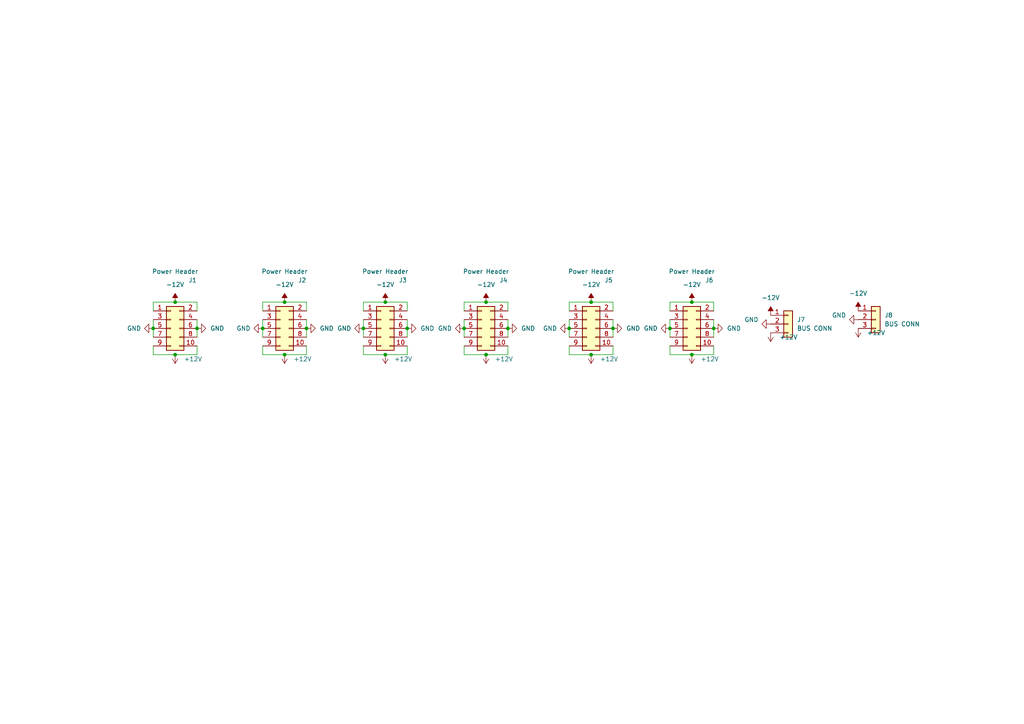
<source format=kicad_sch>
(kicad_sch (version 20211123) (generator eeschema)
  (paper "A4")
  (lib_symbols
    (symbol "Connector_Generic:Conn_01x03" (pin_names (offset 1.016) hide)
      (property "Reference" "J" (at 0 5.08 0))
      (property "Value" "Conn_01x03" (at 0 -5.08 0))
      (symbol "Conn_01x03_1_1"
        (rectangle (start -1.27 -2.413) (end 0 -2.667) (stroke (width 0.1524)))
        (rectangle (start -1.27 0.127) (end 0 -0.127) (stroke (width 0.1524)))
        (rectangle (start -1.27 2.667) (end 0 2.413) (stroke (width 0.1524)))
        (rectangle (start -1.27 3.81) (end 1.27 -3.81) (stroke (width 0.254)) (fill (type background)))
        (pin passive line (at -5.08 2.54 0) (length 3.81) (name "Pin_1") (number "1"))
        (pin passive line (at -5.08 0 0) (length 3.81) (name "Pin_2") (number "2"))
        (pin passive line (at -5.08 -2.54 0) (length 3.81) (name "Pin_3") (number "3"))
      )
    )
    (symbol "Connector_Generic:Conn_02x05_Odd_Even" (pin_names (offset 1.016) hide)
      (property "Reference" "J" (at 1.27 7.62 0))
      (property "Value" "Conn_02x05_Odd_Even" (at 1.27 -7.62 0))
      (symbol "Conn_02x05_Odd_Even_1_1"
        (rectangle (start -1.27 -4.953) (end 0 -5.207) (stroke (width 0.1524)))
        (rectangle (start -1.27 -2.413) (end 0 -2.667) (stroke (width 0.1524)))
        (rectangle (start -1.27 0.127) (end 0 -0.127) (stroke (width 0.1524)))
        (rectangle (start -1.27 2.667) (end 0 2.413) (stroke (width 0.1524)))
        (rectangle (start -1.27 5.207) (end 0 4.953) (stroke (width 0.1524)))
        (rectangle (start -1.27 6.35) (end 3.81 -6.35) (stroke (width 0.254)) (fill (type background)))
        (rectangle (start 3.81 -4.953) (end 2.54 -5.207) (stroke (width 0.1524)))
        (rectangle (start 3.81 -2.413) (end 2.54 -2.667) (stroke (width 0.1524)))
        (rectangle (start 3.81 0.127) (end 2.54 -0.127) (stroke (width 0.1524)))
        (rectangle (start 3.81 2.667) (end 2.54 2.413) (stroke (width 0.1524)))
        (rectangle (start 3.81 5.207) (end 2.54 4.953) (stroke (width 0.1524)))
        (pin passive line (at -5.08 5.08 0) (length 3.81) (name "Pin_1") (number "1"))
        (pin passive line (at 7.62 -5.08 180) (length 3.81) (name "Pin_10") (number "10"))
        (pin passive line (at 7.62 5.08 180) (length 3.81) (name "Pin_2") (number "2"))
        (pin passive line (at -5.08 2.54 0) (length 3.81) (name "Pin_3") (number "3"))
        (pin passive line (at 7.62 2.54 180) (length 3.81) (name "Pin_4") (number "4"))
        (pin passive line (at -5.08 0 0) (length 3.81) (name "Pin_5") (number "5"))
        (pin passive line (at 7.62 0 180) (length 3.81) (name "Pin_6") (number "6"))
        (pin passive line (at -5.08 -2.54 0) (length 3.81) (name "Pin_7") (number "7"))
        (pin passive line (at 7.62 -2.54 180) (length 3.81) (name "Pin_8") (number "8"))
        (pin passive line (at -5.08 -5.08 0) (length 3.81) (name "Pin_9") (number "9"))
      )
    )
    (symbol "power:+12V" (power) (pin_names (offset 0))
      (property "Value" "+12V" (at 0 3.556 0))
      (symbol "+12V_0_1"
        (polyline (pts (xy -0.762 1.27) (xy 0 2.54)))
        (polyline (pts (xy 0 0) (xy 0 2.54)))
        (polyline (pts (xy 0 2.54) (xy 0.762 1.27)))
      )
      (symbol "+12V_1_1"
        (pin power_in line (at 0 0 90) (length 0) hide (name "+12V") (number "1"))
      )
    )
    (symbol "power:-12V" (power) (pin_names (offset 0))
      (property "Value" "-12V" (at 0 3.81 0))
      (symbol "-12V_0_0"
        (pin power_in line (at 0 0 90) (length 0) hide (name "-12V") (number "1"))
      )
      (symbol "-12V_0_1"
        (polyline (pts (xy 0 0) (xy 0 1.27) (xy 0.762 1.27) (xy 0 2.54) (xy -0.762 1.27) (xy 0 1.27)) (fill (type outline)))
      )
    )
    (symbol "power:GND" (power) (pin_names (offset 0))
      (property "Value" "GND" (at 0 -3.81 0))
      (symbol "GND_0_1"
        (polyline (pts (xy 0 0) (xy 0 -1.27) (xy 1.27 -1.27) (xy 0 -2.54) (xy -1.27 -1.27) (xy 0 -1.27)))
      )
      (symbol "GND_1_1"
        (pin power_in line (at 0 0 270) (length 0) hide (name "GND") (number "1"))
      )
    )
  )
  (junction (at 111.76 87.63))
  (junction (at 171.45 87.63))
  (junction (at 88.9 95.25))
  (junction (at 44.45 95.25))
  (junction (at 200.66 102.87))
  (junction (at 50.8 102.87))
  (junction (at 194.31 95.25))
  (junction (at 111.76 102.87))
  (junction (at 147.32 95.25))
  (junction (at 140.97 87.63))
  (junction (at 76.2 95.25))
  (junction (at 105.41 95.25))
  (junction (at 200.66 87.63))
  (junction (at 140.97 102.87))
  (junction (at 171.45 102.87))
  (junction (at 82.55 87.63))
  (junction (at 134.62 95.25))
  (junction (at 165.1 95.25))
  (junction (at 177.8 95.25))
  (junction (at 57.15 95.25))
  (junction (at 118.11 95.25))
  (junction (at 50.8 87.63))
  (junction (at 207.01 95.25))
  (junction (at 82.55 102.87))
  (wire (pts (xy 134.62 102.87) (xy 134.62 100.33)))
  (wire (pts (xy 177.8 87.63) (xy 177.8 90.17)))
  (wire (pts (xy 177.8 95.25) (xy 177.8 97.79)))
  (wire (pts (xy 44.45 87.63) (xy 50.8 87.63)))
  (wire (pts (xy 105.41 95.25) (xy 105.41 97.79)))
  (wire (pts (xy 200.66 87.63) (xy 207.01 87.63)))
  (wire (pts (xy 57.15 92.71) (xy 57.15 95.25)))
  (wire (pts (xy 44.45 95.25) (xy 44.45 97.79)))
  (wire (pts (xy 207.01 92.71) (xy 207.01 95.25)))
  (wire (pts (xy 57.15 87.63) (xy 57.15 90.17)))
  (wire (pts (xy 57.15 95.25) (xy 57.15 97.79)))
  (wire (pts (xy 207.01 95.25) (xy 207.01 97.79)))
  (wire (pts (xy 165.1 90.17) (xy 165.1 87.63)))
  (wire (pts (xy 88.9 92.71) (xy 88.9 95.25)))
  (wire (pts (xy 147.32 87.63) (xy 147.32 90.17)))
  (wire (pts (xy 140.97 87.63) (xy 147.32 87.63)))
  (wire (pts (xy 194.31 90.17) (xy 194.31 87.63)))
  (wire (pts (xy 76.2 90.17) (xy 76.2 87.63)))
  (wire (pts (xy 105.41 92.71) (xy 105.41 95.25)))
  (wire (pts (xy 207.01 100.33) (xy 207.01 102.87)))
  (wire (pts (xy 134.62 90.17) (xy 134.62 87.63)))
  (wire (pts (xy 194.31 95.25) (xy 194.31 97.79)))
  (wire (pts (xy 165.1 92.71) (xy 165.1 95.25)))
  (wire (pts (xy 57.15 100.33) (xy 57.15 102.87)))
  (wire (pts (xy 105.41 90.17) (xy 105.41 87.63)))
  (wire (pts (xy 147.32 100.33) (xy 147.32 102.87)))
  (wire (pts (xy 50.8 87.63) (xy 57.15 87.63)))
  (wire (pts (xy 76.2 95.25) (xy 76.2 97.79)))
  (wire (pts (xy 177.8 92.71) (xy 177.8 95.25)))
  (wire (pts (xy 177.8 102.87) (xy 171.45 102.87)))
  (wire (pts (xy 171.45 87.63) (xy 177.8 87.63)))
  (wire (pts (xy 44.45 92.71) (xy 44.45 95.25)))
  (wire (pts (xy 194.31 102.87) (xy 194.31 100.33)))
  (wire (pts (xy 76.2 92.71) (xy 76.2 95.25)))
  (wire (pts (xy 165.1 87.63) (xy 171.45 87.63)))
  (wire (pts (xy 165.1 95.25) (xy 165.1 97.79)))
  (wire (pts (xy 207.01 87.63) (xy 207.01 90.17)))
  (wire (pts (xy 105.41 87.63) (xy 111.76 87.63)))
  (wire (pts (xy 118.11 95.25) (xy 118.11 97.79)))
  (wire (pts (xy 111.76 102.87) (xy 105.41 102.87)))
  (wire (pts (xy 147.32 92.71) (xy 147.32 95.25)))
  (wire (pts (xy 50.8 102.87) (xy 44.45 102.87)))
  (wire (pts (xy 200.66 102.87) (xy 194.31 102.87)))
  (wire (pts (xy 147.32 95.25) (xy 147.32 97.79)))
  (wire (pts (xy 207.01 102.87) (xy 200.66 102.87)))
  (wire (pts (xy 88.9 95.25) (xy 88.9 97.79)))
  (wire (pts (xy 44.45 102.87) (xy 44.45 100.33)))
  (wire (pts (xy 105.41 102.87) (xy 105.41 100.33)))
  (wire (pts (xy 82.55 102.87) (xy 76.2 102.87)))
  (wire (pts (xy 118.11 92.71) (xy 118.11 95.25)))
  (wire (pts (xy 57.15 102.87) (xy 50.8 102.87)))
  (wire (pts (xy 44.45 90.17) (xy 44.45 87.63)))
  (wire (pts (xy 118.11 100.33) (xy 118.11 102.87)))
  (wire (pts (xy 76.2 102.87) (xy 76.2 100.33)))
  (wire (pts (xy 194.31 92.71) (xy 194.31 95.25)))
  (wire (pts (xy 76.2 87.63) (xy 82.55 87.63)))
  (wire (pts (xy 134.62 92.71) (xy 134.62 95.25)))
  (wire (pts (xy 111.76 87.63) (xy 118.11 87.63)))
  (wire (pts (xy 88.9 102.87) (xy 82.55 102.87)))
  (wire (pts (xy 171.45 102.87) (xy 165.1 102.87)))
  (wire (pts (xy 165.1 102.87) (xy 165.1 100.33)))
  (wire (pts (xy 134.62 95.25) (xy 134.62 97.79)))
  (wire (pts (xy 82.55 87.63) (xy 88.9 87.63)))
  (wire (pts (xy 140.97 102.87) (xy 134.62 102.87)))
  (wire (pts (xy 88.9 87.63) (xy 88.9 90.17)))
  (wire (pts (xy 118.11 87.63) (xy 118.11 90.17)))
  (wire (pts (xy 88.9 100.33) (xy 88.9 102.87)))
  (wire (pts (xy 147.32 102.87) (xy 140.97 102.87)))
  (wire (pts (xy 134.62 87.63) (xy 140.97 87.63)))
  (wire (pts (xy 177.8 100.33) (xy 177.8 102.87)))
  (wire (pts (xy 118.11 102.87) (xy 111.76 102.87)))
  (wire (pts (xy 194.31 87.63) (xy 200.66 87.63)))
  (symbol (lib_id "Connector_Generic:Conn_02x05_Odd_Even") (at 81.28 95.25 0) (unit 1)
    (property "Reference" "J2" (at 87.63 81.28 0))
    (property "Value" "Power Header" (at 82.55 78.74 0))
    (property "Footprint" "Sonosus:Power_Header" (effects hide))
  )
  (symbol (lib_id "power:GND") (at 223.52 93.98 270) (unit 1)
    (property "Reference" "#PWR026" (effects hide))
    (property "Value" "GND" (at 215.9 92.71 90) (effects (justify left)))
  )
  (symbol (lib_id "power:GND") (at 105.41 95.25 270) (unit 1)
    (property "Reference" "#PWR09" (effects hide))
    (property "Value" "GND" (at 97.79 95.25 90) (effects (justify left)))
  )
  (symbol (lib_id "power:-12V") (at 140.97 87.63 0) (unit 1)
    (property "Reference" "#PWR014" (effects hide))
    (property "Value" "-12V" (at 140.97 82.55 0))
  )
  (symbol (lib_id "power:+12V") (at 200.66 102.87 180) (unit 1)
    (property "Reference" "#PWR023" (effects hide))
    (property "Value" "+12V" (at 203.2 104.1399 0) (effects (justify right)))
  )
  (symbol (lib_id "Connector_Generic:Conn_02x05_Odd_Even") (at 199.39 95.25 0) (unit 1)
    (property "Reference" "J6" (at 205.74 81.28 0))
    (property "Value" "Power Header" (at 200.66 78.74 0))
    (property "Footprint" "Sonosus:Power_Header" (effects hide))
  )
  (symbol (lib_id "power:-12V") (at 171.45 87.63 0) (unit 1)
    (property "Reference" "#PWR018" (effects hide))
    (property "Value" "-12V" (at 171.45 82.55 0))
  )
  (symbol (lib_id "Connector_Generic:Conn_02x05_Odd_Even") (at 49.53 95.25 0) (unit 1)
    (property "Reference" "J1" (at 55.88 81.28 0))
    (property "Value" "Power Header" (at 50.8 78.74 0))
    (property "Footprint" "Sonosus:Power_Header" (effects hide))
  )
  (symbol (lib_id "power:+12V") (at 140.97 102.87 180) (unit 1)
    (property "Reference" "#PWR015" (effects hide))
    (property "Value" "+12V" (at 143.51 104.1399 0) (effects (justify right)))
  )
  (symbol (lib_id "power:+12V") (at 223.52 96.52 180) (unit 1)
    (property "Reference" "#PWR027" (effects hide))
    (property "Value" "+12V" (at 226.06 97.7899 0) (effects (justify right)))
  )
  (symbol (lib_id "power:-12V") (at 200.66 87.63 0) (unit 1)
    (property "Reference" "#PWR022" (effects hide))
    (property "Value" "-12V" (at 200.66 82.55 0))
  )
  (symbol (lib_id "power:-12V") (at 248.92 90.17 0) (unit 1)
    (property "Reference" "#PWR028" (effects hide))
    (property "Value" "-12V" (at 248.92 85.09 0))
  )
  (symbol (lib_id "power:GND") (at 207.01 95.25 90) (unit 1)
    (property "Reference" "#PWR024" (effects hide))
    (property "Value" "GND" (at 210.82 95.2499 90) (effects (justify right)))
  )
  (symbol (lib_id "power:-12V") (at 82.55 87.63 0) (unit 1)
    (property "Reference" "#PWR06" (effects hide))
    (property "Value" "-12V" (at 82.55 82.55 0))
  )
  (symbol (lib_id "power:+12V") (at 111.76 102.87 180) (unit 1)
    (property "Reference" "#PWR011" (effects hide))
    (property "Value" "+12V" (at 114.3 104.1399 0) (effects (justify right)))
  )
  (symbol (lib_id "power:GND") (at 88.9 95.25 90) (unit 1)
    (property "Reference" "#PWR08" (effects hide))
    (property "Value" "GND" (at 92.71 95.2499 90) (effects (justify right)))
  )
  (symbol (lib_id "Connector_Generic:Conn_01x03") (at 254 92.71 0) (unit 1)
    (property "Reference" "J8" (at 256.54 91.4399 0) (effects (justify left)))
    (property "Value" "BUS CONN" (at 256.54 93.9799 0) (effects (justify left)))
    (property "Footprint" "TerminalBlock:TerminalBlock_bornier-3_P5.08mm" (effects hide))
  )
  (symbol (lib_id "power:-12V") (at 111.76 87.63 0) (unit 1)
    (property "Reference" "#PWR010" (effects hide))
    (property "Value" "-12V" (at 111.76 82.55 0))
  )
  (symbol (lib_id "Connector_Generic:Conn_02x05_Odd_Even") (at 170.18 95.25 0) (unit 1)
    (property "Reference" "J5" (at 176.53 81.28 0))
    (property "Value" "Power Header" (at 171.45 78.74 0))
    (property "Footprint" "Sonosus:Power_Header" (effects hide))
  )
  (symbol (lib_id "power:GND") (at 134.62 95.25 270) (unit 1)
    (property "Reference" "#PWR013" (effects hide))
    (property "Value" "GND" (at 127 95.25 90) (effects (justify left)))
  )
  (symbol (lib_id "power:GND") (at 57.15 95.25 90) (unit 1)
    (property "Reference" "#PWR04" (effects hide))
    (property "Value" "GND" (at 60.96 95.2499 90) (effects (justify right)))
  )
  (symbol (lib_id "power:+12V") (at 82.55 102.87 180) (unit 1)
    (property "Reference" "#PWR07" (effects hide))
    (property "Value" "+12V" (at 85.09 104.1399 0) (effects (justify right)))
  )
  (symbol (lib_id "power:GND") (at 44.45 95.25 270) (unit 1)
    (property "Reference" "#PWR01" (effects hide))
    (property "Value" "GND" (at 36.83 95.25 90) (effects (justify left)))
  )
  (symbol (lib_id "power:-12V") (at 223.52 91.44 0) (unit 1)
    (property "Reference" "#PWR025" (effects hide))
    (property "Value" "-12V" (at 223.52 86.36 0))
  )
  (symbol (lib_id "Connector_Generic:Conn_02x05_Odd_Even") (at 110.49 95.25 0) (unit 1)
    (property "Reference" "J3" (at 116.84 81.28 0))
    (property "Value" "Power Header" (at 111.76 78.74 0))
    (property "Footprint" "Sonosus:Power_Header" (effects hide))
  )
  (symbol (lib_id "power:+12V") (at 248.92 95.25 180) (unit 1)
    (property "Reference" "#PWR030" (effects hide))
    (property "Value" "+12V" (at 251.46 96.5199 0) (effects (justify right)))
  )
  (symbol (lib_id "power:GND") (at 248.92 92.71 270) (unit 1)
    (property "Reference" "#PWR029" (effects hide))
    (property "Value" "GND" (at 241.3 91.44 90) (effects (justify left)))
  )
  (symbol (lib_id "power:GND") (at 118.11 95.25 90) (unit 1)
    (property "Reference" "#PWR012" (effects hide))
    (property "Value" "GND" (at 121.92 95.2499 90) (effects (justify right)))
  )
  (symbol (lib_id "power:+12V") (at 171.45 102.87 180) (unit 1)
    (property "Reference" "#PWR019" (effects hide))
    (property "Value" "+12V" (at 173.99 104.1399 0) (effects (justify right)))
  )
  (symbol (lib_id "Connector_Generic:Conn_02x05_Odd_Even") (at 139.7 95.25 0) (unit 1)
    (property "Reference" "J4" (at 146.05 81.28 0))
    (property "Value" "Power Header" (at 140.97 78.74 0))
    (property "Footprint" "Sonosus:Power_Header" (effects hide))
  )
  (symbol (lib_id "power:+12V") (at 50.8 102.87 180) (unit 1)
    (property "Reference" "#PWR03" (effects hide))
    (property "Value" "+12V" (at 53.34 104.1399 0) (effects (justify right)))
  )
  (symbol (lib_id "power:GND") (at 177.8 95.25 90) (unit 1)
    (property "Reference" "#PWR020" (effects hide))
    (property "Value" "GND" (at 181.61 95.2499 90) (effects (justify right)))
  )
  (symbol (lib_id "power:GND") (at 194.31 95.25 270) (unit 1)
    (property "Reference" "#PWR021" (effects hide))
    (property "Value" "GND" (at 186.69 95.25 90) (effects (justify left)))
  )
  (symbol (lib_id "power:GND") (at 147.32 95.25 90) (unit 1)
    (property "Reference" "#PWR016" (effects hide))
    (property "Value" "GND" (at 151.13 95.2499 90) (effects (justify right)))
  )
  (symbol (lib_id "Connector_Generic:Conn_01x03") (at 228.6 93.98 0) (unit 1)
    (property "Reference" "J7" (at 231.14 92.7099 0) (effects (justify left)))
    (property "Value" "BUS CONN" (at 231.14 95.2499 0) (effects (justify left)))
    (property "Footprint" "TerminalBlock:TerminalBlock_bornier-3_P5.08mm" (effects hide))
  )
  (symbol (lib_id "power:GND") (at 165.1 95.25 270) (unit 1)
    (property "Reference" "#PWR017" (effects hide))
    (property "Value" "GND" (at 157.48 95.25 90) (effects (justify left)))
  )
  (symbol (lib_id "power:GND") (at 76.2 95.25 270) (unit 1)
    (property "Reference" "#PWR05" (effects hide))
    (property "Value" "GND" (at 68.58 95.25 90) (effects (justify left)))
  )
  (symbol (lib_id "power:-12V") (at 50.8 87.63 0) (unit 1)
    (property "Reference" "#PWR02" (effects hide))
    (property "Value" "-12V" (at 50.8 82.55 0))
  )
)
</source>
